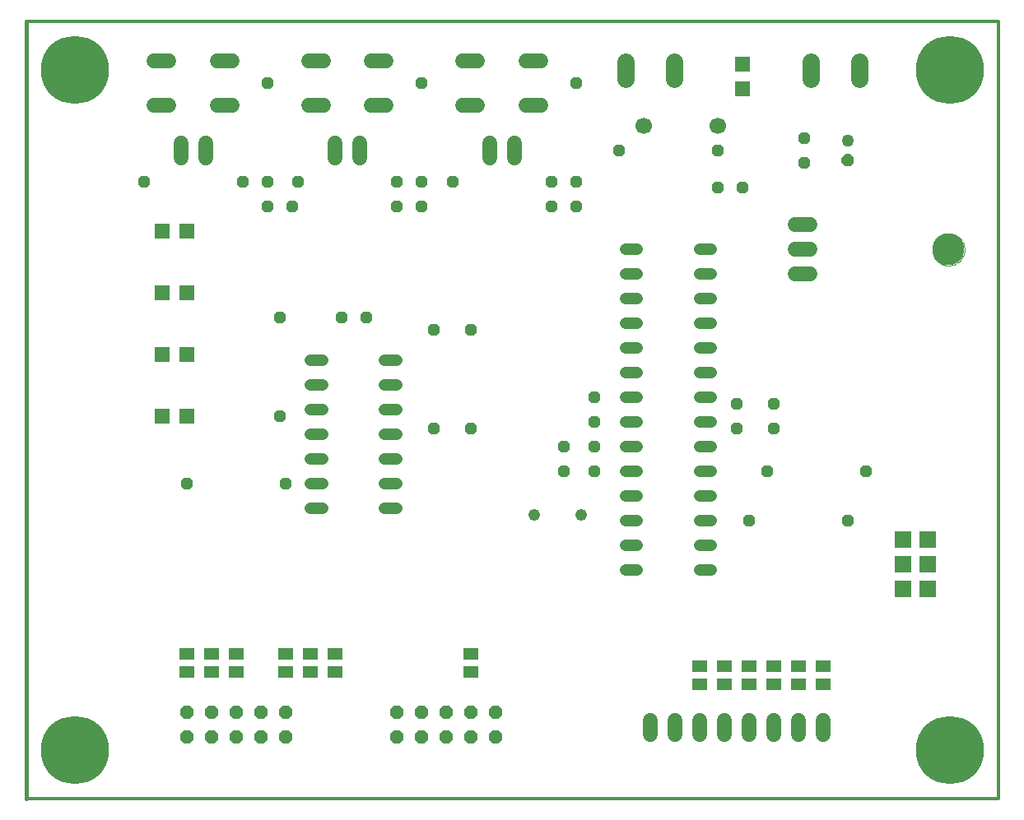
<source format=gbs>
G75*
%MOIN*%
%OFA0B0*%
%FSLAX24Y24*%
%IPPOS*%
%LPD*%
%AMOC8*
5,1,8,0,0,1.08239X$1,22.5*
%
%ADD10C,0.0120*%
%ADD11C,0.0160*%
%ADD12C,0.0705*%
%ADD13C,0.0480*%
%ADD14C,0.0600*%
%ADD15C,0.0000*%
%ADD16C,0.1300*%
%ADD17OC8,0.0480*%
%ADD18OC8,0.0500*%
%ADD19C,0.0500*%
%ADD20C,0.0480*%
%ADD21C,0.0669*%
%ADD22R,0.0689X0.0689*%
%ADD23R,0.0591X0.0591*%
%ADD24C,0.0591*%
%ADD25OC8,0.0540*%
%ADD26R,0.0591X0.0512*%
%ADD27C,0.2756*%
D10*
X013160Y000180D02*
X052530Y000180D01*
X052530Y031676D01*
X013160Y031676D01*
D11*
X013160Y000180D01*
D12*
X037426Y029328D02*
X037426Y030033D01*
X039395Y030033D02*
X039395Y029328D01*
X044926Y029328D02*
X044926Y030033D01*
X046895Y030033D02*
X046895Y029328D01*
D13*
X040900Y022430D02*
X040420Y022430D01*
X040420Y021430D02*
X040900Y021430D01*
X040900Y020430D02*
X040420Y020430D01*
X040420Y019430D02*
X040900Y019430D01*
X040900Y018430D02*
X040420Y018430D01*
X040420Y017430D02*
X040900Y017430D01*
X040900Y016430D02*
X040420Y016430D01*
X040420Y015430D02*
X040900Y015430D01*
X040900Y014430D02*
X040420Y014430D01*
X040420Y013430D02*
X040900Y013430D01*
X040900Y012430D02*
X040420Y012430D01*
X040420Y011430D02*
X040900Y011430D01*
X040900Y010430D02*
X040420Y010430D01*
X040420Y009430D02*
X040900Y009430D01*
X037900Y009430D02*
X037420Y009430D01*
X037420Y010430D02*
X037900Y010430D01*
X037900Y011430D02*
X037420Y011430D01*
X037420Y012430D02*
X037900Y012430D01*
X037900Y013430D02*
X037420Y013430D01*
X037420Y014430D02*
X037900Y014430D01*
X037900Y015430D02*
X037420Y015430D01*
X037420Y016430D02*
X037900Y016430D01*
X037900Y017430D02*
X037420Y017430D01*
X037420Y018430D02*
X037900Y018430D01*
X037900Y019430D02*
X037420Y019430D01*
X037420Y020430D02*
X037900Y020430D01*
X037900Y021430D02*
X037420Y021430D01*
X037420Y022430D02*
X037900Y022430D01*
X028150Y017930D02*
X027670Y017930D01*
X027670Y016930D02*
X028150Y016930D01*
X028150Y015930D02*
X027670Y015930D01*
X027670Y014930D02*
X028150Y014930D01*
X028150Y013930D02*
X027670Y013930D01*
X027670Y012930D02*
X028150Y012930D01*
X028150Y011930D02*
X027670Y011930D01*
X025150Y011930D02*
X024670Y011930D01*
X024670Y012930D02*
X025150Y012930D01*
X025150Y013930D02*
X024670Y013930D01*
X024670Y014930D02*
X025150Y014930D01*
X025150Y015930D02*
X024670Y015930D01*
X024670Y016930D02*
X025150Y016930D01*
X025150Y017930D02*
X024670Y017930D01*
D14*
X025660Y026130D02*
X025660Y026730D01*
X026660Y026730D02*
X026660Y026130D01*
X027140Y028290D02*
X027740Y028290D01*
X027740Y030070D02*
X027140Y030070D01*
X025180Y030070D02*
X024580Y030070D01*
X024580Y028290D02*
X025180Y028290D01*
X021490Y028290D02*
X020890Y028290D01*
X020410Y026730D02*
X020410Y026130D01*
X019410Y026130D02*
X019410Y026730D01*
X018930Y028290D02*
X018330Y028290D01*
X018330Y030070D02*
X018930Y030070D01*
X020890Y030070D02*
X021490Y030070D01*
X030830Y030070D02*
X031430Y030070D01*
X031430Y028290D02*
X030830Y028290D01*
X031910Y026730D02*
X031910Y026130D01*
X032910Y026130D02*
X032910Y026730D01*
X033390Y028290D02*
X033990Y028290D01*
X033990Y030070D02*
X033390Y030070D01*
X044298Y023430D02*
X044898Y023430D01*
X044898Y022430D02*
X044298Y022430D01*
X044298Y021430D02*
X044898Y021430D01*
D15*
X049848Y022430D02*
X049850Y022480D01*
X049856Y022530D01*
X049866Y022580D01*
X049879Y022628D01*
X049896Y022676D01*
X049917Y022722D01*
X049941Y022766D01*
X049969Y022808D01*
X050000Y022848D01*
X050034Y022885D01*
X050071Y022920D01*
X050110Y022951D01*
X050151Y022980D01*
X050195Y023005D01*
X050241Y023027D01*
X050288Y023045D01*
X050336Y023059D01*
X050385Y023070D01*
X050435Y023077D01*
X050485Y023080D01*
X050536Y023079D01*
X050586Y023074D01*
X050636Y023065D01*
X050684Y023053D01*
X050732Y023036D01*
X050778Y023016D01*
X050823Y022993D01*
X050866Y022966D01*
X050906Y022936D01*
X050944Y022903D01*
X050979Y022867D01*
X051012Y022828D01*
X051041Y022787D01*
X051067Y022744D01*
X051090Y022699D01*
X051109Y022652D01*
X051124Y022604D01*
X051136Y022555D01*
X051144Y022505D01*
X051148Y022455D01*
X051148Y022405D01*
X051144Y022355D01*
X051136Y022305D01*
X051124Y022256D01*
X051109Y022208D01*
X051090Y022161D01*
X051067Y022116D01*
X051041Y022073D01*
X051012Y022032D01*
X050979Y021993D01*
X050944Y021957D01*
X050906Y021924D01*
X050866Y021894D01*
X050823Y021867D01*
X050778Y021844D01*
X050732Y021824D01*
X050684Y021807D01*
X050636Y021795D01*
X050586Y021786D01*
X050536Y021781D01*
X050485Y021780D01*
X050435Y021783D01*
X050385Y021790D01*
X050336Y021801D01*
X050288Y021815D01*
X050241Y021833D01*
X050195Y021855D01*
X050151Y021880D01*
X050110Y021909D01*
X050071Y021940D01*
X050034Y021975D01*
X050000Y022012D01*
X049969Y022052D01*
X049941Y022094D01*
X049917Y022138D01*
X049896Y022184D01*
X049879Y022232D01*
X049866Y022280D01*
X049856Y022330D01*
X049850Y022380D01*
X049848Y022430D01*
D16*
X050498Y022430D03*
D17*
X044660Y025930D03*
X044660Y026930D03*
X042160Y024930D03*
X041160Y024930D03*
X041160Y026430D03*
X037160Y026430D03*
X035410Y025180D03*
X034410Y025180D03*
X034410Y024180D03*
X035410Y024180D03*
X030410Y025180D03*
X029160Y025180D03*
X028160Y025180D03*
X028160Y024180D03*
X029160Y024180D03*
X026910Y019680D03*
X025910Y019680D03*
X023410Y019680D03*
X023410Y015680D03*
X023660Y012930D03*
X019660Y012930D03*
X029660Y015180D03*
X031160Y015180D03*
X034910Y014430D03*
X036160Y014430D03*
X036160Y015430D03*
X036160Y016430D03*
X036160Y013430D03*
X034910Y013430D03*
X031160Y019180D03*
X029660Y019180D03*
X023910Y024180D03*
X022910Y024180D03*
X022910Y025180D03*
X021910Y025180D03*
X024160Y025180D03*
X022910Y029180D03*
X017910Y025180D03*
X029160Y029180D03*
X035410Y029180D03*
X041910Y016180D03*
X041910Y015180D03*
X043410Y015180D03*
X043410Y016180D03*
X043160Y013430D03*
X042410Y011430D03*
X046410Y011430D03*
X047160Y013430D03*
D18*
X046410Y026030D03*
D19*
X046410Y026830D03*
D20*
X035610Y011680D03*
X033710Y011680D03*
D21*
X038160Y027430D03*
X041160Y027430D03*
D22*
X048660Y010680D03*
X049660Y010680D03*
X049660Y009680D03*
X048660Y009680D03*
X048660Y008680D03*
X049660Y008680D03*
D23*
X042160Y028930D03*
X042160Y029930D03*
X019660Y023180D03*
X018660Y023180D03*
X018660Y020680D03*
X019660Y020680D03*
X019660Y018180D03*
X018660Y018180D03*
X018660Y015680D03*
X019660Y015680D03*
D24*
X038410Y003350D02*
X038410Y002760D01*
X039410Y002760D02*
X039410Y003350D01*
X040410Y003350D02*
X040410Y002760D01*
X041410Y002760D02*
X041410Y003350D01*
X042410Y003350D02*
X042410Y002760D01*
X043410Y002760D02*
X043410Y003350D01*
X044410Y003350D02*
X044410Y002760D01*
X045410Y002760D02*
X045410Y003350D01*
D25*
X032160Y003680D03*
X031160Y003680D03*
X030160Y003680D03*
X029160Y003680D03*
X028160Y003680D03*
X028160Y002680D03*
X029160Y002680D03*
X030160Y002680D03*
X031160Y002680D03*
X032160Y002680D03*
X023660Y002680D03*
X022660Y002680D03*
X021660Y002680D03*
X020660Y002680D03*
X019660Y002680D03*
X019660Y003680D03*
X020660Y003680D03*
X021660Y003680D03*
X022660Y003680D03*
X023660Y003680D03*
D26*
X023660Y005306D03*
X023660Y006054D03*
X024660Y006054D03*
X024660Y005306D03*
X025660Y005306D03*
X025660Y006054D03*
X021660Y006054D03*
X020660Y006054D03*
X020660Y005306D03*
X021660Y005306D03*
X019660Y005306D03*
X019660Y006054D03*
X031160Y006054D03*
X031160Y005306D03*
X040410Y005554D03*
X040410Y004806D03*
X041410Y004806D03*
X041410Y005554D03*
X042410Y005554D03*
X042410Y004806D03*
X043410Y004806D03*
X043410Y005554D03*
X044410Y005554D03*
X045410Y005554D03*
X045410Y004806D03*
X044410Y004806D03*
D27*
X050562Y002149D03*
X050562Y029708D03*
X015129Y029708D03*
X015129Y002149D03*
M02*

</source>
